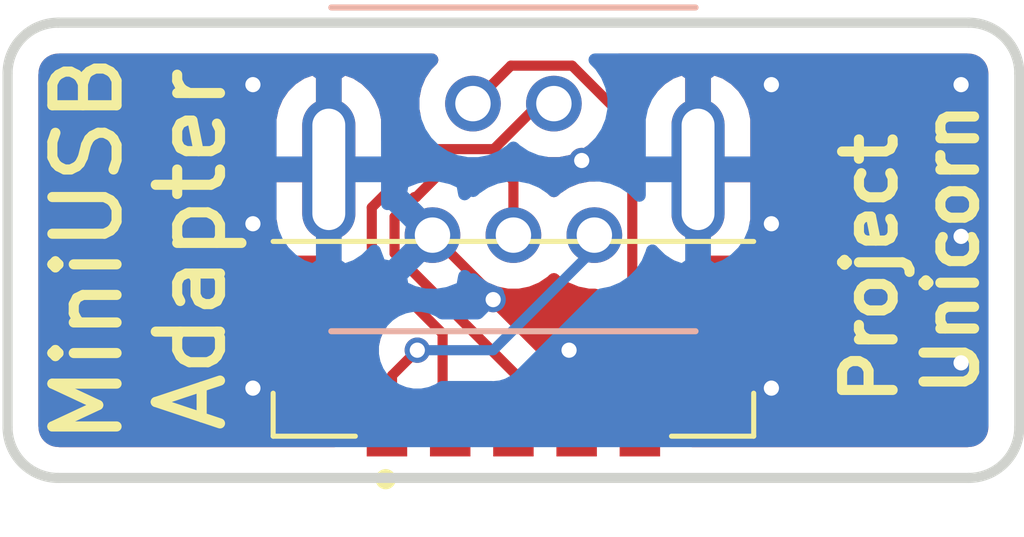
<source format=kicad_pcb>
(kicad_pcb (version 20171130) (host pcbnew "(5.1.6)-1")

  (general
    (thickness 1.6)
    (drawings 41)
    (tracks 47)
    (zones 0)
    (modules 2)
    (nets 6)
  )

  (page A4)
  (layers
    (0 F.Cu signal)
    (31 B.Cu signal)
    (32 B.Adhes user)
    (33 F.Adhes user)
    (34 B.Paste user)
    (35 F.Paste user)
    (36 B.SilkS user)
    (37 F.SilkS user)
    (38 B.Mask user)
    (39 F.Mask user)
    (40 Dwgs.User user)
    (41 Cmts.User user)
    (42 Eco1.User user)
    (43 Eco2.User user)
    (44 Edge.Cuts user)
    (45 Margin user)
    (46 B.CrtYd user)
    (47 F.CrtYd user)
    (48 B.Fab user)
    (49 F.Fab user)
  )

  (setup
    (last_trace_width 0.2)
    (user_trace_width 0.15)
    (trace_clearance 0.1)
    (zone_clearance 0.508)
    (zone_45_only no)
    (trace_min 0.15)
    (via_size 0.5)
    (via_drill 0.3)
    (via_min_size 0.5)
    (via_min_drill 0.3)
    (uvia_size 0.3)
    (uvia_drill 0.1)
    (uvias_allowed no)
    (uvia_min_size 0.2)
    (uvia_min_drill 0.1)
    (edge_width 0.05)
    (segment_width 0.2)
    (pcb_text_width 0.3)
    (pcb_text_size 1.5 1.5)
    (mod_edge_width 0.12)
    (mod_text_size 1 1)
    (mod_text_width 0.15)
    (pad_size 1.524 1.524)
    (pad_drill 0.762)
    (pad_to_mask_clearance 0.05)
    (aux_axis_origin 0 0)
    (visible_elements 7FFFFFFF)
    (pcbplotparams
      (layerselection 0x010fc_ffffffff)
      (usegerberextensions false)
      (usegerberattributes true)
      (usegerberadvancedattributes true)
      (creategerberjobfile true)
      (excludeedgelayer true)
      (linewidth 0.100000)
      (plotframeref false)
      (viasonmask false)
      (mode 1)
      (useauxorigin false)
      (hpglpennumber 1)
      (hpglpenspeed 20)
      (hpglpendiameter 15.000000)
      (psnegative false)
      (psa4output false)
      (plotreference true)
      (plotvalue true)
      (plotinvisibletext false)
      (padsonsilk false)
      (subtractmaskfromsilk false)
      (outputformat 1)
      (mirror false)
      (drillshape 1)
      (scaleselection 1)
      (outputdirectory ""))
  )

  (net 0 "")
  (net 1 GND)
  (net 2 "Net-(J1-Pad4)")
  (net 3 "Net-(J1-Pad1)")
  (net 4 /D_P)
  (net 5 /D_N)

  (net_class Default "This is the default net class."
    (clearance 0.1)
    (trace_width 0.2)
    (via_dia 0.5)
    (via_drill 0.3)
    (uvia_dia 0.3)
    (uvia_drill 0.1)
    (add_net /D_N)
    (add_net /D_P)
    (add_net GND)
    (add_net "Net-(J1-Pad1)")
    (add_net "Net-(J1-Pad4)")
  )

  (module local:5055680571 (layer F.Cu) (tedit 5F0D9625) (tstamp 5F0DF3B5)
    (at 158.400001 80)
    (descr 505568-0471)
    (tags Connector)
    (path /5F0D9635)
    (attr smd)
    (fp_text reference J1 (at 0 -4.4) (layer F.SilkS) hide
      (effects (font (size 1.27 1.27) (thickness 0.254)))
    )
    (fp_text value Conn_01x05_MountingPin (at 0 4.6) (layer F.SilkS) hide
      (effects (font (size 1.27 1.27) (thickness 0.254)))
    )
    (fp_arc (start -2.525 2.3) (end -2.425 2.3) (angle 180) (layer F.SilkS) (width 0.2))
    (fp_arc (start -2.525 2.3) (end -2.625 2.3) (angle 180) (layer F.SilkS) (width 0.2))
    (fp_text user %R (at 0 0) (layer F.Fab)
      (effects (font (size 1.27 1.27) (thickness 0.254)))
    )
    (fp_line (start -4.75 -2.4) (end 4.75 -2.4) (layer F.Fab) (width 0.2))
    (fp_line (start 4.75 -2.4) (end 4.75 1.45) (layer F.Fab) (width 0.2))
    (fp_line (start 4.75 1.45) (end -4.75 1.45) (layer F.Fab) (width 0.2))
    (fp_line (start -4.75 1.45) (end -4.75 -2.4) (layer F.Fab) (width 0.2))
    (fp_line (start -5.425 -3.4) (end 5.425 -3.4) (layer F.CrtYd) (width 0.1))
    (fp_line (start 5.425 -3.4) (end 5.425 3.4) (layer F.CrtYd) (width 0.1))
    (fp_line (start 5.425 3.4) (end -5.425 3.4) (layer F.CrtYd) (width 0.1))
    (fp_line (start -5.425 3.4) (end -5.425 -3.4) (layer F.CrtYd) (width 0.1))
    (fp_line (start -4.75 -2.4) (end 4.75 -2.4) (layer F.SilkS) (width 0.1))
    (fp_line (start -4.75 0.6) (end -4.75 1.45) (layer F.SilkS) (width 0.1))
    (fp_line (start -4.75 1.45) (end -3.125 1.45) (layer F.SilkS) (width 0.1))
    (fp_line (start 4.75 0.6) (end 4.75 1.45) (layer F.SilkS) (width 0.1))
    (fp_line (start 4.75 1.45) (end 3.125 1.45) (layer F.SilkS) (width 0.1))
    (fp_line (start -2.625 2.3) (end -2.621 2.3) (layer F.SilkS) (width 0.2))
    (fp_line (start -2.425 2.3) (end -2.424 2.3) (layer F.SilkS) (width 0.2))
    (pad 5 smd rect (at 2.5 1.25) (size 0.8 1.2) (layers F.Cu F.Paste F.Mask)
      (net 1 GND))
    (pad MP smd rect (at 4.4 -1.045) (size 1.3 2.15) (layers F.Cu F.Paste F.Mask)
      (net 1 GND))
    (pad MP smd rect (at -4.4 -1.045) (size 1.3 2.15) (layers F.Cu F.Paste F.Mask)
      (net 1 GND))
    (pad 4 smd rect (at 1.25 1.25) (size 0.8 1.2) (layers F.Cu F.Paste F.Mask)
      (net 2 "Net-(J1-Pad4)"))
    (pad 3 smd rect (at 0 1.25) (size 0.8 1.2) (layers F.Cu F.Paste F.Mask)
      (net 4 /D_P))
    (pad 2 smd rect (at -1.25 1.25) (size 0.8 1.2) (layers F.Cu F.Paste F.Mask)
      (net 5 /D_N))
    (pad 1 smd rect (at -2.5 1.25) (size 0.8 1.2) (layers F.Cu F.Paste F.Mask)
      (net 3 "Net-(J1-Pad1)"))
    (model ${KIPRJMOD}/lib/local.3dshapes/5055680471.stp
      (offset (xyz -4.25 -18.35 7.5))
      (scale (xyz 1 1 1))
      (rotate (xyz -90 0 180))
    )
    (model ${KIPRJMOD}/lib/local.3dshapes/5055680571.stp
      (offset (xyz -4.75 -11 7.5))
      (scale (xyz 1 1 1))
      (rotate (xyz -90 0 180))
    )
  )

  (module local:MUSBR-B551 (layer B.Cu) (tedit 5F09C7E8) (tstamp 5F0A2283)
    (at 158.400001 76.175 180)
    (path /5F0A7430)
    (fp_text reference J2 (at 0 0) (layer B.SilkS) hide
      (effects (font (size 1 1) (thickness 0.15)) (justify mirror))
    )
    (fp_text value Conn_01x05_MountingPin (at 0 2.5) (layer B.Fab)
      (effects (font (size 1 1) (thickness 0.15)) (justify mirror))
    )
    (fp_line (start -3.6 3.2) (end 3.6 3.2) (layer B.SilkS) (width 0.12))
    (fp_line (start -3.6 -3.2) (end 3.6 -3.2) (layer B.SilkS) (width 0.12))
    (pad MP thru_hole oval (at 3.65 0 180) (size 1.05 2.8) (drill oval 0.65 2.4) (layers *.Cu *.Mask)
      (net 1 GND))
    (pad MP thru_hole oval (at -3.65 0 180) (size 1.05 2.8) (drill oval 0.65 2.4) (layers *.Cu *.Mask)
      (net 1 GND))
    (pad 4 thru_hole circle (at 0.8 1.3 180) (size 1.1 1.1) (drill 0.7) (layers *.Cu *.Mask)
      (net 2 "Net-(J1-Pad4)"))
    (pad 2 thru_hole circle (at -0.8 1.3 180) (size 1.1 1.1) (drill 0.7) (layers *.Cu *.Mask)
      (net 5 /D_N))
    (pad 5 thru_hole circle (at 1.6 -1.3 180) (size 1.1 1.1) (drill 0.7) (layers *.Cu *.Mask)
      (net 1 GND))
    (pad 3 thru_hole circle (at 0 -1.3 180) (size 1.1 1.1) (drill 0.7) (layers *.Cu *.Mask)
      (net 4 /D_P))
    (pad 1 thru_hole circle (at -1.6 -1.3 180) (size 1.1 1.1) (drill 0.7) (layers *.Cu *.Mask)
      (net 3 "Net-(J1-Pad1)"))
  )

  (gr_text "Project \nUnicorn" (at 166.25 77.75 90) (layer F.SilkS)
    (effects (font (size 1 1) (thickness 0.2)))
  )
  (gr_text "MiniUSB\nAdapter" (at 151 77.75 90) (layer F.SilkS)
    (effects (font (size 1.27 1.27) (thickness 0.2)))
  )
  (gr_line (start 157.800001 74.75) (end 157.400001 74.75) (layer Dwgs.User) (width 0.2))
  (gr_line (start 158.6 77.6) (end 158.6 77.35) (layer Dwgs.User) (width 0.2))
  (gr_circle (center 162.05 76.175) (end 162.8 76.175) (layer Dwgs.User) (width 0.2))
  (gr_line (start 159.4 75) (end 159.4 74.75) (layer Dwgs.User) (width 0.2))
  (gr_line (start 161.9 75.425) (end 161.9 76.925) (layer Dwgs.User) (width 0.2))
  (gr_line (start 159 74.75) (end 159 75) (layer Dwgs.User) (width 0.2))
  (gr_line (start 157.000001 77.6) (end 157.000001 77.35) (layer Dwgs.User) (width 0.2))
  (gr_line (start 158.200001 77.6) (end 158.6 77.6) (layer Dwgs.User) (width 0.2))
  (gr_line (start 158.6 77.35) (end 158.200001 77.35) (layer Dwgs.User) (width 0.2))
  (gr_line (start 160.2 77.35) (end 159.8 77.35) (layer Dwgs.User) (width 0.2))
  (gr_line (start 159.8 77.6) (end 160.2 77.6) (layer Dwgs.User) (width 0.2))
  (gr_line (start 162.2 75.425) (end 161.9 75.425) (layer Dwgs.User) (width 0.2))
  (gr_line (start 154.900001 75.425) (end 154.900001 76.925) (layer Dwgs.User) (width 0.2))
  (gr_arc (start 149.400002 81.274998) (end 148.400002 81.274998) (angle -90) (layer Edge.Cuts) (width 0.2))
  (gr_arc (start 149.400002 74.275) (end 149.400002 73.275) (angle -90) (layer Edge.Cuts) (width 0.2))
  (gr_line (start 160.2 77.6) (end 160.2 77.35) (layer Dwgs.User) (width 0.2))
  (gr_line (start 156.600001 77.6) (end 157.000001 77.6) (layer Dwgs.User) (width 0.2))
  (gr_line (start 154.600001 75.425) (end 154.900001 75.425) (layer Dwgs.User) (width 0.2))
  (gr_line (start 162.2 76.925) (end 162.2 75.425) (layer Dwgs.User) (width 0.2))
  (gr_line (start 160.275 78.939104) (end 156.525001 78.939104) (layer Dwgs.User) (width 0.2))
  (gr_line (start 159.8 77.35) (end 159.8 77.6) (layer Dwgs.User) (width 0.2))
  (gr_arc (start 167.400001 81.274999) (end 167.400001 82.274998) (angle -90) (layer Edge.Cuts) (width 0.2))
  (gr_circle (center 154.750001 76.175) (end 155.500001 76.175) (layer Dwgs.User) (width 0.2))
  (gr_line (start 148.400002 74.275) (end 148.400002 81.274998) (layer Edge.Cuts) (width 0.2))
  (gr_line (start 149.400002 82.274998) (end 167.400001 82.274998) (layer Edge.Cuts) (width 0.2))
  (gr_line (start 167.400001 73.274999) (end 149.400002 73.275) (layer Edge.Cuts) (width 0.2))
  (gr_arc (start 167.400001 74.274999) (end 168.400001 74.274999) (angle -90) (layer Edge.Cuts) (width 0.2))
  (gr_line (start 168.400001 81.274998) (end 168.400001 74.274999) (layer Edge.Cuts) (width 0.2))
  (gr_line (start 157.400001 75) (end 157.800001 75) (layer Dwgs.User) (width 0.2))
  (gr_line (start 154.600001 76.925) (end 154.600001 75.425) (layer Dwgs.User) (width 0.2))
  (gr_line (start 154.900001 76.925) (end 154.600001 76.925) (layer Dwgs.User) (width 0.2))
  (gr_line (start 157.000001 77.35) (end 156.600001 77.35) (layer Dwgs.User) (width 0.2))
  (gr_line (start 158.200001 77.35) (end 158.200001 77.6) (layer Dwgs.User) (width 0.2))
  (gr_line (start 156.600001 77.35) (end 156.600001 77.6) (layer Dwgs.User) (width 0.2))
  (gr_line (start 161.9 76.925) (end 162.2 76.925) (layer Dwgs.User) (width 0.2))
  (gr_line (start 157.400001 74.75) (end 157.400001 75) (layer Dwgs.User) (width 0.2))
  (gr_line (start 157.800001 75) (end 157.800001 74.75) (layer Dwgs.User) (width 0.2))
  (gr_line (start 159.4 74.75) (end 159 74.75) (layer Dwgs.User) (width 0.2))
  (gr_line (start 159 75) (end 159.4 75) (layer Dwgs.User) (width 0.2))

  (via (at 167.25 74.5) (size 0.5) (drill 0.3) (layers F.Cu B.Cu) (net 1))
  (via (at 167.25 77.5) (size 0.5) (drill 0.3) (layers F.Cu B.Cu) (net 1))
  (via (at 167.25 80) (size 0.5) (drill 0.3) (layers F.Cu B.Cu) (net 1))
  (via (at 163.5 80.5) (size 0.5) (drill 0.3) (layers F.Cu B.Cu) (net 1))
  (via (at 163.5 77.25) (size 0.5) (drill 0.3) (layers F.Cu B.Cu) (net 1))
  (via (at 163.5 74.5) (size 0.5) (drill 0.3) (layers F.Cu B.Cu) (net 1))
  (via (at 153.25 74.5) (size 0.5) (drill 0.3) (layers F.Cu B.Cu) (net 1))
  (via (at 153.25 80.5) (size 0.5) (drill 0.3) (layers F.Cu B.Cu) (net 1))
  (via (at 153.25 77.25) (size 0.5) (drill 0.3) (layers F.Cu B.Cu) (net 1) (tstamp 5F0DFC07))
  (via (at 158 78.75) (size 0.5) (drill 0.3) (layers F.Cu B.Cu) (net 1) (tstamp 5F0DFC0C))
  (via (at 159.5 79.75) (size 0.5) (drill 0.3) (layers F.Cu B.Cu) (net 1) (tstamp 5F0DFC0E))
  (via (at 159.75 76) (size 0.5) (drill 0.3) (layers F.Cu B.Cu) (net 1) (tstamp 5F0DFC10))
  (segment (start 158 78.674999) (end 156.800001 77.475) (width 0.2) (layer F.Cu) (net 1))
  (segment (start 158 78.75) (end 158 78.674999) (width 0.2) (layer F.Cu) (net 1))
  (segment (start 159.650001 80.45) (end 159.650001 81.25) (width 0.2) (layer F.Cu) (net 2))
  (segment (start 160.750002 79.349999) (end 159.650001 80.45) (width 0.2) (layer F.Cu) (net 2))
  (segment (start 160.750002 75.314999) (end 160.750002 79.349999) (width 0.2) (layer F.Cu) (net 2))
  (segment (start 159.560002 74.124999) (end 160.750002 75.314999) (width 0.2) (layer F.Cu) (net 2))
  (segment (start 158.350002 74.124999) (end 159.560002 74.124999) (width 0.2) (layer F.Cu) (net 2))
  (segment (start 157.600001 74.875) (end 158.350002 74.124999) (width 0.2) (layer F.Cu) (net 2))
  (via (at 156.5 79.75) (size 0.5) (drill 0.3) (layers F.Cu B.Cu) (net 3))
  (segment (start 156.5 79.75) (end 156 80.25) (width 0.2) (layer F.Cu) (net 3))
  (segment (start 156 81.150001) (end 155.900001 81.25) (width 0.2) (layer F.Cu) (net 3))
  (segment (start 156 80.25) (end 156 81.150001) (width 0.2) (layer F.Cu) (net 3))
  (segment (start 158 79.75) (end 156.5 79.75) (width 0.2) (layer B.Cu) (net 3))
  (segment (start 160.000001 77.475) (end 160.000001 77.749999) (width 0.2) (layer B.Cu) (net 3))
  (segment (start 160.000001 77.749999) (end 158 79.75) (width 0.2) (layer B.Cu) (net 3))
  (segment (start 158.400001 76.400001) (end 158.400001 77.475) (width 0.2) (layer F.Cu) (net 4))
  (segment (start 156.475 76.724999) (end 156.974999 76.225) (width 0.2) (layer F.Cu) (net 4))
  (segment (start 156.44 76.724999) (end 156.475 76.724999) (width 0.2) (layer F.Cu) (net 4))
  (segment (start 156.05 77.114999) (end 156.44 76.724999) (width 0.2) (layer F.Cu) (net 4))
  (segment (start 158.400001 81.05) (end 158.75 80.700001) (width 0.2) (layer F.Cu) (net 4))
  (segment (start 158.75 80.700001) (end 158.75 80.535001) (width 0.2) (layer F.Cu) (net 4))
  (segment (start 158.225 76.225) (end 158.400001 76.400001) (width 0.2) (layer F.Cu) (net 4))
  (segment (start 158.75 80.535001) (end 156.05 77.835001) (width 0.2) (layer F.Cu) (net 4))
  (segment (start 156.974999 76.225) (end 158.225 76.225) (width 0.2) (layer F.Cu) (net 4))
  (segment (start 158.400001 81.25) (end 158.400001 81.05) (width 0.2) (layer F.Cu) (net 4))
  (segment (start 156.05 77.835001) (end 156.05 77.114999) (width 0.2) (layer F.Cu) (net 4))
  (segment (start 158.9125 74.875) (end 159.200001 74.875) (width 0.2) (layer F.Cu) (net 5))
  (segment (start 158.0125 75.775) (end 158.9125 74.875) (width 0.2) (layer F.Cu) (net 5))
  (segment (start 156.753616 75.775) (end 158.0125 75.775) (width 0.2) (layer F.Cu) (net 5))
  (segment (start 155.600009 76.928607) (end 156.753616 75.775) (width 0.2) (layer F.Cu) (net 5))
  (segment (start 157.150001 81.05) (end 157 80.899999) (width 0.2) (layer F.Cu) (net 5))
  (segment (start 157.150001 81.25) (end 157.150001 81.05) (width 0.2) (layer F.Cu) (net 5))
  (segment (start 155.600009 78.021393) (end 155.600009 76.928607) (width 0.2) (layer F.Cu) (net 5))
  (segment (start 157 80.899999) (end 157 79.421384) (width 0.2) (layer F.Cu) (net 5))
  (segment (start 157 79.421384) (end 155.600009 78.021393) (width 0.2) (layer F.Cu) (net 5))

  (zone (net 1) (net_name GND) (layer F.Cu) (tstamp 5F0DFC24) (hatch edge 0.508)
    (connect_pads (clearance 0.508))
    (min_thickness 0.254)
    (fill yes (arc_segments 32) (thermal_gap 0.508) (thermal_bridge_width 0.508))
    (polygon
      (pts
        (xy 168.5 82.25) (xy 148.25 82.25) (xy 148.25 73.25) (xy 168.5 73.25)
      )
    )
    (filled_polygon
      (pts
        (xy 156.679551 74.119606) (xy 156.549867 74.313692) (xy 156.46054 74.529348) (xy 156.415001 74.758288) (xy 156.415001 74.991712)
        (xy 156.438532 75.110008) (xy 156.349432 75.157633) (xy 156.343296 75.160913) (xy 156.231378 75.252762) (xy 156.208362 75.280807)
        (xy 155.910001 75.579168) (xy 155.910001 75.173) (xy 155.862935 74.949135) (xy 155.7731 74.738754) (xy 155.643948 74.549941)
        (xy 155.480442 74.389953) (xy 155.288865 74.264937) (xy 155.055811 74.181036) (xy 154.877001 74.306837) (xy 154.877001 76.048)
        (xy 154.897001 76.048) (xy 154.897001 76.302) (xy 154.877001 76.302) (xy 154.877001 76.322) (xy 154.623001 76.322)
        (xy 154.623001 76.302) (xy 153.590001 76.302) (xy 153.590001 77.177) (xy 153.604102 77.244071) (xy 153.350001 77.241928)
        (xy 153.225519 77.254188) (xy 153.105821 77.290498) (xy 152.995507 77.349463) (xy 152.898816 77.428815) (xy 152.819464 77.525506)
        (xy 152.760499 77.63582) (xy 152.724189 77.755518) (xy 152.711929 77.88) (xy 152.715001 78.66925) (xy 152.873751 78.828)
        (xy 153.873001 78.828) (xy 153.873001 78.808) (xy 154.127001 78.808) (xy 154.127001 78.828) (xy 155.126251 78.828)
        (xy 155.24671 78.707541) (xy 155.777504 79.238334) (xy 155.715723 79.330795) (xy 155.64901 79.491855) (xy 155.631706 79.578848)
        (xy 155.505808 79.704746) (xy 155.477762 79.727763) (xy 155.385913 79.839681) (xy 155.317663 79.967368) (xy 155.295727 80.039681)
        (xy 155.292817 80.049275) (xy 155.28597 80.051352) (xy 155.288073 80.03) (xy 155.285001 79.24075) (xy 155.126251 79.082)
        (xy 154.127001 79.082) (xy 154.127001 80.50625) (xy 154.285751 80.665) (xy 154.650001 80.668072) (xy 154.774483 80.655812)
        (xy 154.864032 80.628648) (xy 154.861929 80.65) (xy 154.861929 81.539998) (xy 149.435949 81.539998) (xy 149.349216 81.531494)
        (xy 149.300362 81.516744) (xy 149.255303 81.492786) (xy 149.215756 81.460532) (xy 149.183229 81.421213) (xy 149.158959 81.376327)
        (xy 149.143867 81.327571) (xy 149.135002 81.243233) (xy 149.135002 80.03) (xy 152.711929 80.03) (xy 152.724189 80.154482)
        (xy 152.760499 80.27418) (xy 152.819464 80.384494) (xy 152.898816 80.481185) (xy 152.995507 80.560537) (xy 153.105821 80.619502)
        (xy 153.225519 80.655812) (xy 153.350001 80.668072) (xy 153.714251 80.665) (xy 153.873001 80.50625) (xy 153.873001 79.082)
        (xy 152.873751 79.082) (xy 152.715001 79.24075) (xy 152.711929 80.03) (xy 149.135002 80.03) (xy 149.135002 75.173)
        (xy 153.590001 75.173) (xy 153.590001 76.048) (xy 154.623001 76.048) (xy 154.623001 74.306837) (xy 154.444191 74.181036)
        (xy 154.211137 74.264937) (xy 154.01956 74.389953) (xy 153.856054 74.549941) (xy 153.726902 74.738754) (xy 153.637067 74.949135)
        (xy 153.590001 75.173) (xy 149.135002 75.173) (xy 149.135002 74.310947) (xy 149.143506 74.224213) (xy 149.158256 74.17536)
        (xy 149.182214 74.130301) (xy 149.214468 74.090755) (xy 149.253788 74.058226) (xy 149.298672 74.033957) (xy 149.347429 74.018865)
        (xy 149.431766 74.01) (xy 156.789158 74.009999)
      )
    )
    (filled_polygon
      (pts
        (xy 167.450788 74.018503) (xy 167.499641 74.033253) (xy 167.5447 74.057211) (xy 167.584246 74.089465) (xy 167.616775 74.128785)
        (xy 167.641044 74.173669) (xy 167.656136 74.222426) (xy 167.665002 74.306773) (xy 167.665001 81.239042) (xy 167.656496 81.325785)
        (xy 167.641746 81.374639) (xy 167.617788 81.419697) (xy 167.585534 81.459245) (xy 167.546216 81.491771) (xy 167.501325 81.516043)
        (xy 167.452577 81.531133) (xy 167.368236 81.539998) (xy 161.935043 81.539998) (xy 161.935001 81.53575) (xy 161.776251 81.377)
        (xy 161.027001 81.377) (xy 161.027001 81.397) (xy 160.773001 81.397) (xy 160.773001 81.377) (xy 160.753001 81.377)
        (xy 160.753001 81.123) (xy 160.773001 81.123) (xy 160.773001 81.103) (xy 161.027001 81.103) (xy 161.027001 81.123)
        (xy 161.776251 81.123) (xy 161.935001 80.96425) (xy 161.938073 80.65) (xy 161.93597 80.628648) (xy 162.025519 80.655812)
        (xy 162.150001 80.668072) (xy 162.514251 80.665) (xy 162.673001 80.50625) (xy 162.673001 79.082) (xy 162.927001 79.082)
        (xy 162.927001 80.50625) (xy 163.085751 80.665) (xy 163.450001 80.668072) (xy 163.574483 80.655812) (xy 163.694181 80.619502)
        (xy 163.804495 80.560537) (xy 163.901186 80.481185) (xy 163.980538 80.384494) (xy 164.039503 80.27418) (xy 164.075813 80.154482)
        (xy 164.088073 80.03) (xy 164.085001 79.24075) (xy 163.926251 79.082) (xy 162.927001 79.082) (xy 162.673001 79.082)
        (xy 161.673751 79.082) (xy 161.515001 79.24075) (xy 161.511929 80.03) (xy 161.514032 80.051352) (xy 161.424483 80.024188)
        (xy 161.300001 80.011928) (xy 161.185751 80.015) (xy 161.027003 80.173748) (xy 161.027003 80.112445) (xy 161.244195 79.895253)
        (xy 161.27224 79.872237) (xy 161.364089 79.760319) (xy 161.432339 79.632632) (xy 161.474367 79.494084) (xy 161.485002 79.386104)
        (xy 161.485002 79.386095) (xy 161.488557 79.35) (xy 161.485002 79.313905) (xy 161.485002 78.068008) (xy 161.511137 78.085063)
        (xy 161.512729 78.085636) (xy 161.515001 78.66925) (xy 161.673751 78.828) (xy 162.673001 78.828) (xy 162.673001 78.808)
        (xy 162.927001 78.808) (xy 162.927001 78.828) (xy 163.926251 78.828) (xy 164.085001 78.66925) (xy 164.088073 77.88)
        (xy 164.075813 77.755518) (xy 164.039503 77.63582) (xy 163.980538 77.525506) (xy 163.901186 77.428815) (xy 163.804495 77.349463)
        (xy 163.694181 77.290498) (xy 163.574483 77.254188) (xy 163.450001 77.241928) (xy 163.1959 77.244071) (xy 163.210001 77.177)
        (xy 163.210001 76.302) (xy 162.177001 76.302) (xy 162.177001 76.322) (xy 161.923001 76.322) (xy 161.923001 76.302)
        (xy 161.903001 76.302) (xy 161.903001 76.048) (xy 161.923001 76.048) (xy 161.923001 74.306837) (xy 162.177001 74.306837)
        (xy 162.177001 76.048) (xy 163.210001 76.048) (xy 163.210001 75.173) (xy 163.162935 74.949135) (xy 163.0731 74.738754)
        (xy 162.943948 74.549941) (xy 162.780442 74.389953) (xy 162.588865 74.264937) (xy 162.355811 74.181036) (xy 162.177001 74.306837)
        (xy 161.923001 74.306837) (xy 161.744191 74.181036) (xy 161.511137 74.264937) (xy 161.31956 74.389953) (xy 161.156054 74.549941)
        (xy 161.102575 74.628125) (xy 160.484448 74.009999) (xy 167.364044 74.009998)
      )
    )
    (filled_polygon
      (pts
        (xy 159.244607 78.39545) (xy 159.438693 78.525134) (xy 159.654349 78.614461) (xy 159.883289 78.66) (xy 160.015003 78.66)
        (xy 160.015003 79.045551) (xy 159.1575 79.903055) (xy 157.660544 78.406099) (xy 157.838693 78.525134) (xy 158.054349 78.614461)
        (xy 158.283289 78.66) (xy 158.516713 78.66) (xy 158.745653 78.614461) (xy 158.961309 78.525134) (xy 159.155395 78.39545)
        (xy 159.200001 78.350844)
      )
    )
    (filled_polygon
      (pts
        (xy 156.993749 77.460858) (xy 156.979606 77.475) (xy 156.993749 77.489143) (xy 156.868668 77.614223) (xy 156.785 77.530555)
        (xy 156.785 77.419445) (xy 156.842438 77.362007) (xy 156.876625 77.343734)
      )
    )
    (filled_polygon
      (pts
        (xy 160.015002 76.29) (xy 159.883289 76.29) (xy 159.654349 76.335539) (xy 159.438693 76.424866) (xy 159.244607 76.55455)
        (xy 159.200001 76.599156) (xy 159.155395 76.55455) (xy 159.135001 76.540923) (xy 159.135001 76.436106) (xy 159.138557 76.400001)
        (xy 159.124366 76.255916) (xy 159.108242 76.202762) (xy 159.082338 76.117368) (xy 159.047913 76.052963) (xy 159.083289 76.06)
        (xy 159.316713 76.06) (xy 159.545653 76.014461) (xy 159.761309 75.925134) (xy 159.955395 75.79545) (xy 160.015002 75.735843)
      )
    )
  )
  (zone (net 1) (net_name GND) (layer B.Cu) (tstamp 5F0DFC21) (hatch edge 0.508)
    (connect_pads (clearance 0.508))
    (min_thickness 0.254)
    (fill yes (arc_segments 32) (thermal_gap 0.508) (thermal_bridge_width 0.508))
    (polygon
      (pts
        (xy 168.5 82.25) (xy 148.25 82.25) (xy 148.25 73.25) (xy 168.5 73.25)
      )
    )
    (filled_polygon
      (pts
        (xy 167.450788 74.018503) (xy 167.499641 74.033253) (xy 167.5447 74.057211) (xy 167.584246 74.089465) (xy 167.616775 74.128785)
        (xy 167.641044 74.173669) (xy 167.656136 74.222426) (xy 167.665002 74.306773) (xy 167.665001 81.239042) (xy 167.656496 81.325785)
        (xy 167.641746 81.374639) (xy 167.617788 81.419697) (xy 167.585534 81.459245) (xy 167.546216 81.491771) (xy 167.501325 81.516043)
        (xy 167.452577 81.531133) (xy 167.368236 81.539998) (xy 149.435949 81.539998) (xy 149.349216 81.531494) (xy 149.300362 81.516744)
        (xy 149.255303 81.492786) (xy 149.215756 81.460532) (xy 149.183229 81.421213) (xy 149.158959 81.376327) (xy 149.143867 81.327571)
        (xy 149.135002 81.243233) (xy 149.135002 79.662835) (xy 155.615 79.662835) (xy 155.615 79.837165) (xy 155.64901 80.008145)
        (xy 155.715723 80.169205) (xy 155.812576 80.314155) (xy 155.935845 80.437424) (xy 156.080795 80.534277) (xy 156.241855 80.60099)
        (xy 156.412835 80.635) (xy 156.587165 80.635) (xy 156.758145 80.60099) (xy 156.919205 80.534277) (xy 156.992953 80.485)
        (xy 157.963895 80.485) (xy 158 80.488556) (xy 158.036105 80.485) (xy 158.144085 80.474365) (xy 158.282633 80.432337)
        (xy 158.41032 80.364087) (xy 158.522238 80.272238) (xy 158.545258 80.244188) (xy 160.132609 78.656838) (xy 160.345653 78.614461)
        (xy 160.561309 78.525134) (xy 160.755395 78.39545) (xy 160.920451 78.230394) (xy 161.050135 78.036308) (xy 161.139462 77.820652)
        (xy 161.146373 77.785906) (xy 161.156054 77.800059) (xy 161.31956 77.960047) (xy 161.511137 78.085063) (xy 161.744191 78.168964)
        (xy 161.923001 78.043163) (xy 161.923001 76.302) (xy 162.177001 76.302) (xy 162.177001 78.043163) (xy 162.355811 78.168964)
        (xy 162.588865 78.085063) (xy 162.780442 77.960047) (xy 162.943948 77.800059) (xy 163.0731 77.611246) (xy 163.162935 77.400865)
        (xy 163.210001 77.177) (xy 163.210001 76.302) (xy 162.177001 76.302) (xy 161.923001 76.302) (xy 160.890001 76.302)
        (xy 160.890001 76.689156) (xy 160.755395 76.55455) (xy 160.561309 76.424866) (xy 160.345653 76.335539) (xy 160.116713 76.29)
        (xy 159.883289 76.29) (xy 159.654349 76.335539) (xy 159.438693 76.424866) (xy 159.244607 76.55455) (xy 159.200001 76.599156)
        (xy 159.155395 76.55455) (xy 158.961309 76.424866) (xy 158.745653 76.335539) (xy 158.516713 76.29) (xy 158.283289 76.29)
        (xy 158.054349 76.335539) (xy 157.838693 76.424866) (xy 157.644607 76.55455) (xy 157.60362 76.595537) (xy 157.551738 76.543655)
        (xy 157.434375 76.661018) (xy 157.39316 76.442522) (xy 157.180336 76.346641) (xy 156.952896 76.294122) (xy 156.71958 76.286984)
        (xy 156.489355 76.3255) (xy 156.271067 76.408192) (xy 156.206842 76.442522) (xy 156.165627 76.661021) (xy 156.800001 77.295395)
        (xy 156.814144 77.281253) (xy 156.993749 77.460858) (xy 156.979606 77.475) (xy 156.993749 77.489143) (xy 156.814144 77.668748)
        (xy 156.800001 77.654605) (xy 156.165627 78.288979) (xy 156.206842 78.507478) (xy 156.419666 78.603359) (xy 156.647106 78.655878)
        (xy 156.880422 78.663016) (xy 157.110647 78.6245) (xy 157.328935 78.541808) (xy 157.39316 78.507478) (xy 157.434375 78.288982)
        (xy 157.551738 78.406345) (xy 157.60362 78.354463) (xy 157.644607 78.39545) (xy 157.838693 78.525134) (xy 158.054349 78.614461)
        (xy 158.089167 78.621387) (xy 157.695554 79.015) (xy 156.992953 79.015) (xy 156.919205 78.965723) (xy 156.758145 78.89901)
        (xy 156.587165 78.865) (xy 156.412835 78.865) (xy 156.241855 78.89901) (xy 156.080795 78.965723) (xy 155.935845 79.062576)
        (xy 155.812576 79.185845) (xy 155.715723 79.330795) (xy 155.64901 79.491855) (xy 155.615 79.662835) (xy 149.135002 79.662835)
        (xy 149.135002 76.302) (xy 153.590001 76.302) (xy 153.590001 77.177) (xy 153.637067 77.400865) (xy 153.726902 77.611246)
        (xy 153.856054 77.800059) (xy 154.01956 77.960047) (xy 154.211137 78.085063) (xy 154.444191 78.168964) (xy 154.623001 78.043163)
        (xy 154.623001 76.302) (xy 154.877001 76.302) (xy 154.877001 78.043163) (xy 155.055811 78.168964) (xy 155.288865 78.085063)
        (xy 155.480442 77.960047) (xy 155.643948 77.800059) (xy 155.651679 77.788756) (xy 155.733193 78.003934) (xy 155.767523 78.068159)
        (xy 155.986022 78.109374) (xy 156.620396 77.475) (xy 155.986022 76.840626) (xy 155.910001 76.854966) (xy 155.910001 76.302)
        (xy 154.877001 76.302) (xy 154.623001 76.302) (xy 153.590001 76.302) (xy 149.135002 76.302) (xy 149.135002 75.173)
        (xy 153.590001 75.173) (xy 153.590001 76.048) (xy 154.623001 76.048) (xy 154.623001 74.306837) (xy 154.877001 74.306837)
        (xy 154.877001 76.048) (xy 155.910001 76.048) (xy 155.910001 75.173) (xy 155.862935 74.949135) (xy 155.7731 74.738754)
        (xy 155.643948 74.549941) (xy 155.480442 74.389953) (xy 155.288865 74.264937) (xy 155.055811 74.181036) (xy 154.877001 74.306837)
        (xy 154.623001 74.306837) (xy 154.444191 74.181036) (xy 154.211137 74.264937) (xy 154.01956 74.389953) (xy 153.856054 74.549941)
        (xy 153.726902 74.738754) (xy 153.637067 74.949135) (xy 153.590001 75.173) (xy 149.135002 75.173) (xy 149.135002 74.310947)
        (xy 149.143506 74.224213) (xy 149.158256 74.17536) (xy 149.182214 74.130301) (xy 149.214468 74.090755) (xy 149.253788 74.058226)
        (xy 149.298672 74.033957) (xy 149.347429 74.018865) (xy 149.431766 74.01) (xy 156.789158 74.009999) (xy 156.679551 74.119606)
        (xy 156.549867 74.313692) (xy 156.46054 74.529348) (xy 156.415001 74.758288) (xy 156.415001 74.991712) (xy 156.46054 75.220652)
        (xy 156.549867 75.436308) (xy 156.679551 75.630394) (xy 156.844607 75.79545) (xy 157.038693 75.925134) (xy 157.254349 76.014461)
        (xy 157.483289 76.06) (xy 157.716713 76.06) (xy 157.945653 76.014461) (xy 158.161309 75.925134) (xy 158.355395 75.79545)
        (xy 158.400001 75.750844) (xy 158.444607 75.79545) (xy 158.638693 75.925134) (xy 158.854349 76.014461) (xy 159.083289 76.06)
        (xy 159.316713 76.06) (xy 159.545653 76.014461) (xy 159.761309 75.925134) (xy 159.955395 75.79545) (xy 160.120451 75.630394)
        (xy 160.250135 75.436308) (xy 160.339462 75.220652) (xy 160.34894 75.173) (xy 160.890001 75.173) (xy 160.890001 76.048)
        (xy 161.923001 76.048) (xy 161.923001 74.306837) (xy 162.177001 74.306837) (xy 162.177001 76.048) (xy 163.210001 76.048)
        (xy 163.210001 75.173) (xy 163.162935 74.949135) (xy 163.0731 74.738754) (xy 162.943948 74.549941) (xy 162.780442 74.389953)
        (xy 162.588865 74.264937) (xy 162.355811 74.181036) (xy 162.177001 74.306837) (xy 161.923001 74.306837) (xy 161.744191 74.181036)
        (xy 161.511137 74.264937) (xy 161.31956 74.389953) (xy 161.156054 74.549941) (xy 161.026902 74.738754) (xy 160.937067 74.949135)
        (xy 160.890001 75.173) (xy 160.34894 75.173) (xy 160.385001 74.991712) (xy 160.385001 74.758288) (xy 160.339462 74.529348)
        (xy 160.250135 74.313692) (xy 160.120451 74.119606) (xy 160.010844 74.009999) (xy 167.364044 74.009998)
      )
    )
  )
)

</source>
